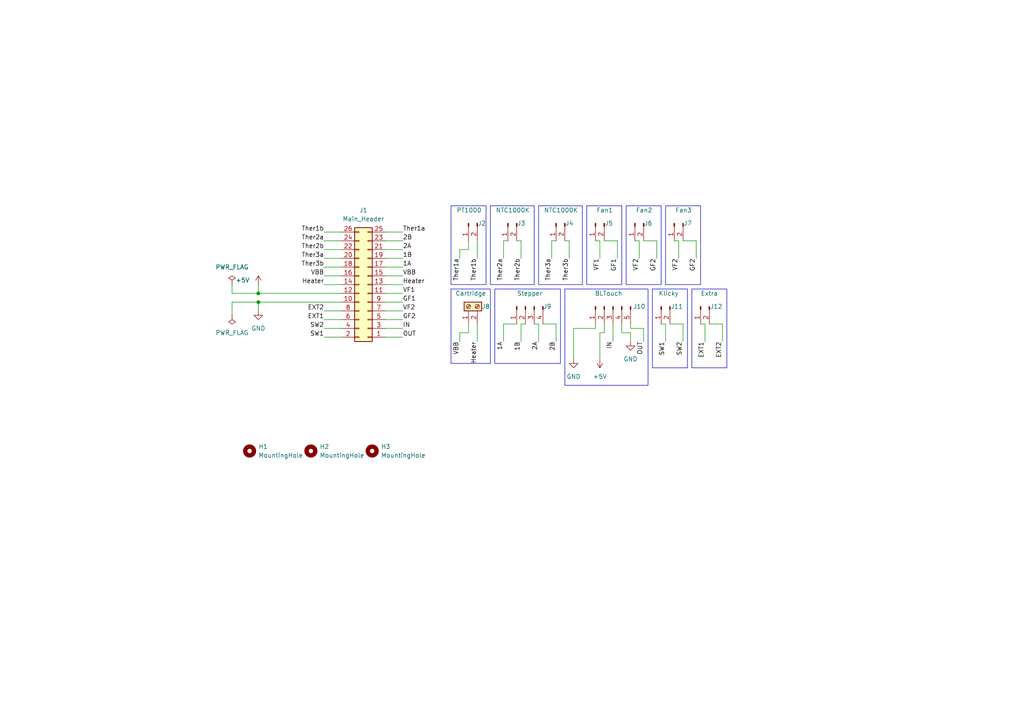
<source format=kicad_sch>
(kicad_sch (version 20230121) (generator eeschema)
  (paper "A4")
  (lib_symbols
    (symbol "Connector:Conn_01x02_Pin" (pin_names (offset 1.016) hide)
      (property "Reference" "J" (at 0 2.54 0))
      (property "Value" "Conn_01x02_Pin" (at 0 -5.08 0))
      (symbol "Conn_01x02_Pin_1_1"
        (polyline (pts (xy 1.27 -2.54) (xy 0.8636 -2.54)) (stroke (width 0.1524)))
        (polyline (pts (xy 1.27 0) (xy 0.8636 0)) (stroke (width 0.1524)))
        (rectangle (start 0.8636 -2.413) (end 0 -2.667) (stroke (width 0.1524)) (fill (type outline)))
        (rectangle (start 0.8636 0.127) (end 0 -0.127) (stroke (width 0.1524)) (fill (type outline)))
        (pin passive line (at 5.08 0 180) (length 3.81) (name "Pin_1") (number "1"))
        (pin passive line (at 5.08 -2.54 180) (length 3.81) (name "Pin_2") (number "2"))
      )
    )
    (symbol "Connector:Conn_01x04_Pin" (pin_names (offset 1.016) hide)
      (property "Reference" "J" (at 0 5.08 0))
      (property "Value" "Conn_01x04_Pin" (at 0 -7.62 0))
      (symbol "Conn_01x04_Pin_1_1"
        (polyline (pts (xy 1.27 -5.08) (xy 0.8636 -5.08)) (stroke (width 0.1524)))
        (polyline (pts (xy 1.27 -2.54) (xy 0.8636 -2.54)) (stroke (width 0.1524)))
        (polyline (pts (xy 1.27 0) (xy 0.8636 0)) (stroke (width 0.1524)))
        (polyline (pts (xy 1.27 2.54) (xy 0.8636 2.54)) (stroke (width 0.1524)))
        (rectangle (start 0.8636 -4.953) (end 0 -5.207) (stroke (width 0.1524)) (fill (type outline)))
        (rectangle (start 0.8636 -2.413) (end 0 -2.667) (stroke (width 0.1524)) (fill (type outline)))
        (rectangle (start 0.8636 0.127) (end 0 -0.127) (stroke (width 0.1524)) (fill (type outline)))
        (rectangle (start 0.8636 2.667) (end 0 2.413) (stroke (width 0.1524)) (fill (type outline)))
        (pin passive line (at 5.08 2.54 180) (length 3.81) (name "Pin_1") (number "1"))
        (pin passive line (at 5.08 0 180) (length 3.81) (name "Pin_2") (number "2"))
        (pin passive line (at 5.08 -2.54 180) (length 3.81) (name "Pin_3") (number "3"))
        (pin passive line (at 5.08 -5.08 180) (length 3.81) (name "Pin_4") (number "4"))
      )
    )
    (symbol "Connector:Conn_01x05_Pin" (pin_names (offset 1.016) hide)
      (property "Reference" "J" (at 0 7.62 0))
      (property "Value" "Conn_01x05_Pin" (at 0 -7.62 0))
      (symbol "Conn_01x05_Pin_1_1"
        (polyline (pts (xy 1.27 -5.08) (xy 0.8636 -5.08)) (stroke (width 0.1524)))
        (polyline (pts (xy 1.27 -2.54) (xy 0.8636 -2.54)) (stroke (width 0.1524)))
        (polyline (pts (xy 1.27 0) (xy 0.8636 0)) (stroke (width 0.1524)))
        (polyline (pts (xy 1.27 2.54) (xy 0.8636 2.54)) (stroke (width 0.1524)))
        (polyline (pts (xy 1.27 5.08) (xy 0.8636 5.08)) (stroke (width 0.1524)))
        (rectangle (start 0.8636 -4.953) (end 0 -5.207) (stroke (width 0.1524)) (fill (type outline)))
        (rectangle (start 0.8636 -2.413) (end 0 -2.667) (stroke (width 0.1524)) (fill (type outline)))
        (rectangle (start 0.8636 0.127) (end 0 -0.127) (stroke (width 0.1524)) (fill (type outline)))
        (rectangle (start 0.8636 2.667) (end 0 2.413) (stroke (width 0.1524)) (fill (type outline)))
        (rectangle (start 0.8636 5.207) (end 0 4.953) (stroke (width 0.1524)) (fill (type outline)))
        (pin passive line (at 5.08 5.08 180) (length 3.81) (name "Pin_1") (number "1"))
        (pin passive line (at 5.08 2.54 180) (length 3.81) (name "Pin_2") (number "2"))
        (pin passive line (at 5.08 0 180) (length 3.81) (name "Pin_3") (number "3"))
        (pin passive line (at 5.08 -2.54 180) (length 3.81) (name "Pin_4") (number "4"))
        (pin passive line (at 5.08 -5.08 180) (length 3.81) (name "Pin_5") (number "5"))
      )
    )
    (symbol "Connector:Screw_Terminal_01x02" (pin_names (offset 1.016) hide)
      (property "Reference" "J" (at 0 2.54 0))
      (property "Value" "Screw_Terminal_01x02" (at 0 -5.08 0))
      (symbol "Screw_Terminal_01x02_1_1"
        (rectangle (start -1.27 1.27) (end 1.27 -3.81) (stroke (width 0.254)) (fill (type background)))
        (circle (center 0 -2.54) (radius 0.635) (stroke (width 0.1524)))
        (polyline (pts (xy -0.5334 -2.2098) (xy 0.3302 -3.048)) (stroke (width 0.1524)))
        (polyline (pts (xy -0.5334 0.3302) (xy 0.3302 -0.508)) (stroke (width 0.1524)))
        (polyline (pts (xy -0.3556 -2.032) (xy 0.508 -2.8702)) (stroke (width 0.1524)))
        (polyline (pts (xy -0.3556 0.508) (xy 0.508 -0.3302)) (stroke (width 0.1524)))
        (circle (center 0 0) (radius 0.635) (stroke (width 0.1524)))
        (pin passive line (at -5.08 0 0) (length 3.81) (name "Pin_1") (number "1"))
        (pin passive line (at -5.08 -2.54 0) (length 3.81) (name "Pin_2") (number "2"))
      )
    )
    (symbol "Connector_Generic:Conn_02x13_Odd_Even" (pin_names (offset 1.016) hide)
      (property "Reference" "J" (at 1.27 17.78 0))
      (property "Value" "Conn_02x13_Odd_Even" (at 1.27 -17.78 0))
      (symbol "Conn_02x13_Odd_Even_1_1"
        (rectangle (start -1.27 -15.113) (end 0 -15.367) (stroke (width 0.1524)))
        (rectangle (start -1.27 -12.573) (end 0 -12.827) (stroke (width 0.1524)))
        (rectangle (start -1.27 -10.033) (end 0 -10.287) (stroke (width 0.1524)))
        (rectangle (start -1.27 -7.493) (end 0 -7.747) (stroke (width 0.1524)))
        (rectangle (start -1.27 -4.953) (end 0 -5.207) (stroke (width 0.1524)))
        (rectangle (start -1.27 -2.413) (end 0 -2.667) (stroke (width 0.1524)))
        (rectangle (start -1.27 0.127) (end 0 -0.127) (stroke (width 0.1524)))
        (rectangle (start -1.27 2.667) (end 0 2.413) (stroke (width 0.1524)))
        (rectangle (start -1.27 5.207) (end 0 4.953) (stroke (width 0.1524)))
        (rectangle (start -1.27 7.747) (end 0 7.493) (stroke (width 0.1524)))
        (rectangle (start -1.27 10.287) (end 0 10.033) (stroke (width 0.1524)))
        (rectangle (start -1.27 12.827) (end 0 12.573) (stroke (width 0.1524)))
        (rectangle (start -1.27 15.367) (end 0 15.113) (stroke (width 0.1524)))
        (rectangle (start -1.27 16.51) (end 3.81 -16.51) (stroke (width 0.254)) (fill (type background)))
        (rectangle (start 3.81 -15.113) (end 2.54 -15.367) (stroke (width 0.1524)))
        (rectangle (start 3.81 -12.573) (end 2.54 -12.827) (stroke (width 0.1524)))
        (rectangle (start 3.81 -10.033) (end 2.54 -10.287) (stroke (width 0.1524)))
        (rectangle (start 3.81 -7.493) (end 2.54 -7.747) (stroke (width 0.1524)))
        (rectangle (start 3.81 -4.953) (end 2.54 -5.207) (stroke (width 0.1524)))
        (rectangle (start 3.81 -2.413) (end 2.54 -2.667) (stroke (width 0.1524)))
        (rectangle (start 3.81 0.127) (end 2.54 -0.127) (stroke (width 0.1524)))
        (rectangle (start 3.81 2.667) (end 2.54 2.413) (stroke (width 0.1524)))
        (rectangle (start 3.81 5.207) (end 2.54 4.953) (stroke (width 0.1524)))
        (rectangle (start 3.81 7.747) (end 2.54 7.493) (stroke (width 0.1524)))
        (rectangle (start 3.81 10.287) (end 2.54 10.033) (stroke (width 0.1524)))
        (rectangle (start 3.81 12.827) (end 2.54 12.573) (stroke (width 0.1524)))
        (rectangle (start 3.81 15.367) (end 2.54 15.113) (stroke (width 0.1524)))
        (pin passive line (at -5.08 15.24 0) (length 3.81) (name "Pin_1") (number "1"))
        (pin passive line (at 7.62 5.08 180) (length 3.81) (name "Pin_10") (number "10"))
        (pin passive line (at -5.08 2.54 0) (length 3.81) (name "Pin_11") (number "11"))
        (pin passive line (at 7.62 2.54 180) (length 3.81) (name "Pin_12") (number "12"))
        (pin passive line (at -5.08 0 0) (length 3.81) (name "Pin_13") (number "13"))
        (pin passive line (at 7.62 0 180) (length 3.81) (name "Pin_14") (number "14"))
        (pin passive line (at -5.08 -2.54 0) (length 3.81) (name "Pin_15") (number "15"))
        (pin passive line (at 7.62 -2.54 180) (length 3.81) (name "Pin_16") (number "16"))
        (pin passive line (at -5.08 -5.08 0) (length 3.81) (name "Pin_17") (number "17"))
        (pin passive line (at 7.62 -5.08 180) (length 3.81) (name "Pin_18") (number "18"))
        (pin passive line (at -5.08 -7.62 0) (length 3.81) (name "Pin_19") (number "19"))
        (pin passive line (at 7.62 15.24 180) (length 3.81) (name "Pin_2") (number "2"))
        (pin passive line (at 7.62 -7.62 180) (length 3.81) (name "Pin_20") (number "20"))
        (pin passive line (at -5.08 -10.16 0) (length 3.81) (name "Pin_21") (number "21"))
        (pin passive line (at 7.62 -10.16 180) (length 3.81) (name "Pin_22") (number "22"))
        (pin passive line (at -5.08 -12.7 0) (length 3.81) (name "Pin_23") (number "23"))
        (pin passive line (at 7.62 -12.7 180) (length 3.81) (name "Pin_24") (number "24"))
        (pin passive line (at -5.08 -15.24 0) (length 3.81) (name "Pin_25") (number "25"))
        (pin passive line (at 7.62 -15.24 180) (length 3.81) (name "Pin_26") (number "26"))
        (pin passive line (at -5.08 12.7 0) (length 3.81) (name "Pin_3") (number "3"))
        (pin passive line (at 7.62 12.7 180) (length 3.81) (name "Pin_4") (number "4"))
        (pin passive line (at -5.08 10.16 0) (length 3.81) (name "Pin_5") (number "5"))
        (pin passive line (at 7.62 10.16 180) (length 3.81) (name "Pin_6") (number "6"))
        (pin passive line (at -5.08 7.62 0) (length 3.81) (name "Pin_7") (number "7"))
        (pin passive line (at 7.62 7.62 180) (length 3.81) (name "Pin_8") (number "8"))
        (pin passive line (at -5.08 5.08 0) (length 3.81) (name "Pin_9") (number "9"))
      )
    )
    (symbol "Mechanical:MountingHole" (pin_names (offset 1.016))
      (property "Reference" "H" (at 0 5.08 0))
      (property "Value" "MountingHole" (at 0 3.175 0))
      (symbol "MountingHole_0_1"
        (circle (center 0 0) (radius 1.27) (stroke (width 1.27)))
      )
    )
    (symbol "PCM_4ms_Power-symbol:PWR_FLAG" (power) (pin_numbers hide) (pin_names (offset 0) hide)
      (property "Value" "PWR_FLAG" (at 0 3.81 0))
      (symbol "PWR_FLAG_0_0"
        (pin power_out line (at 0 0 90) (length 0) (name "pwr") (number "1"))
      )
      (symbol "PWR_FLAG_0_1"
        (polyline (pts (xy 0 0) (xy 0 1.27) (xy -1.016 1.905) (xy 0 2.54) (xy 1.016 1.905) (xy 0 1.27)))
      )
    )
    (symbol "power:+5V" (power) (pin_names (offset 0))
      (property "Value" "+5V" (at 0 3.556 0))
      (symbol "+5V_0_1"
        (polyline (pts (xy -0.762 1.27) (xy 0 2.54)))
        (polyline (pts (xy 0 0) (xy 0 2.54)))
        (polyline (pts (xy 0 2.54) (xy 0.762 1.27)))
      )
      (symbol "+5V_1_1"
        (pin power_in line (at 0 0 90) (length 0) hide (name "+5V") (number "1"))
      )
    )
    (symbol "power:GND" (power) (pin_names (offset 0))
      (property "Value" "GND" (at 0 -3.81 0))
      (symbol "GND_0_1"
        (polyline (pts (xy 0 0) (xy 0 -1.27) (xy 1.27 -1.27) (xy 0 -2.54) (xy -1.27 -1.27) (xy 0 -1.27)))
      )
      (symbol "GND_1_1"
        (pin power_in line (at 0 0 270) (length 0) hide (name "GND") (number "1"))
      )
    )
  )
  (junction (at 74.93 87.63))
  (junction (at 74.93 85.09))
  (wire (pts (xy 179.07 69.85) (xy 175.26 69.85)))
  (wire (pts (xy 93.98 80.01) (xy 99.06 80.01)))
  (wire (pts (xy 172.72 69.85) (xy 173.99 69.85)))
  (wire (pts (xy 173.99 96.52) (xy 173.99 104.14)))
  (wire (pts (xy 93.98 90.17) (xy 99.06 90.17)))
  (wire (pts (xy 186.69 95.25) (xy 186.69 99.06)))
  (wire (pts (xy 74.93 87.63) (xy 99.06 87.63)))
  (wire (pts (xy 116.84 77.47) (xy 111.76 77.47)))
  (wire (pts (xy 151.13 93.98) (xy 151.13 99.06)))
  (wire (pts (xy 93.98 69.85) (xy 99.06 69.85)))
  (wire (pts (xy 165.1 69.85) (xy 165.1 74.93)))
  (wire (pts (xy 93.98 77.47) (xy 99.06 77.47)))
  (wire (pts (xy 111.76 74.93) (xy 116.84 74.93)))
  (wire (pts (xy 182.88 93.98) (xy 182.88 95.25)))
  (wire (pts (xy 151.13 93.98) (xy 152.4 93.98)))
  (wire (pts (xy 161.29 93.98) (xy 161.29 99.06)))
  (wire (pts (xy 111.76 97.79) (xy 116.84 97.79)))
  (wire (pts (xy 116.84 69.85) (xy 111.76 69.85)))
  (wire (pts (xy 67.31 91.44) (xy 67.31 87.63)))
  (wire (pts (xy 180.34 96.52) (xy 180.34 93.98)))
  (wire (pts (xy 67.31 85.09) (xy 74.93 85.09)))
  (wire (pts (xy 135.89 96.52) (xy 133.35 96.52)))
  (wire (pts (xy 161.29 69.85) (xy 160.02 69.85)))
  (wire (pts (xy 138.43 93.98) (xy 138.43 99.06)))
  (wire (pts (xy 146.05 69.85) (xy 146.05 74.93)))
  (wire (pts (xy 209.55 93.98) (xy 205.74 93.98)))
  (wire (pts (xy 135.89 72.39) (xy 133.35 72.39)))
  (wire (pts (xy 116.84 95.25) (xy 111.76 95.25)))
  (wire (pts (xy 190.5 69.85) (xy 186.69 69.85)))
  (wire (pts (xy 93.98 74.93) (xy 99.06 74.93)))
  (wire (pts (xy 74.93 90.17) (xy 74.93 87.63)))
  (wire (pts (xy 182.88 96.52) (xy 182.88 99.06)))
  (wire (pts (xy 185.42 74.93) (xy 185.42 69.85)))
  (wire (pts (xy 182.88 96.52) (xy 180.34 96.52)))
  (wire (pts (xy 173.99 69.85) (xy 173.99 74.93)))
  (wire (pts (xy 133.35 72.39) (xy 133.35 74.93)))
  (wire (pts (xy 198.12 93.98) (xy 198.12 99.06)))
  (wire (pts (xy 190.5 69.85) (xy 190.5 74.93)))
  (wire (pts (xy 201.93 69.85) (xy 198.12 69.85)))
  (wire (pts (xy 198.12 93.98) (xy 194.31 93.98)))
  (wire (pts (xy 196.85 74.93) (xy 196.85 69.85)))
  (wire (pts (xy 116.84 92.71) (xy 111.76 92.71)))
  (wire (pts (xy 133.35 96.52) (xy 133.35 99.06)))
  (wire (pts (xy 186.69 95.25) (xy 182.88 95.25)))
  (wire (pts (xy 74.93 85.09) (xy 99.06 85.09)))
  (wire (pts (xy 160.02 69.85) (xy 160.02 74.93)))
  (wire (pts (xy 93.98 95.25) (xy 99.06 95.25)))
  (wire (pts (xy 93.98 67.31) (xy 99.06 67.31)))
  (wire (pts (xy 111.76 85.09) (xy 116.84 85.09)))
  (wire (pts (xy 151.13 69.85) (xy 151.13 74.93)))
  (wire (pts (xy 204.47 99.06) (xy 204.47 93.98)))
  (wire (pts (xy 201.93 69.85) (xy 201.93 74.93)))
  (wire (pts (xy 151.13 69.85) (xy 149.86 69.85)))
  (wire (pts (xy 147.32 69.85) (xy 146.05 69.85)))
  (wire (pts (xy 177.8 93.98) (xy 177.8 99.06)))
  (wire (pts (xy 135.89 93.98) (xy 135.89 96.52)))
  (wire (pts (xy 116.84 90.17) (xy 111.76 90.17)))
  (wire (pts (xy 135.89 69.85) (xy 135.89 72.39)))
  (wire (pts (xy 111.76 87.63) (xy 116.84 87.63)))
  (wire (pts (xy 204.47 93.98) (xy 203.2 93.98)))
  (wire (pts (xy 175.26 96.52) (xy 173.99 96.52)))
  (wire (pts (xy 67.31 87.63) (xy 74.93 87.63)))
  (wire (pts (xy 116.84 67.31) (xy 111.76 67.31)))
  (wire (pts (xy 93.98 92.71) (xy 99.06 92.71)))
  (wire (pts (xy 165.1 69.85) (xy 163.83 69.85)))
  (wire (pts (xy 67.31 82.55) (xy 67.31 85.09)))
  (wire (pts (xy 116.84 82.55) (xy 111.76 82.55)))
  (wire (pts (xy 156.21 93.98) (xy 154.94 93.98)))
  (wire (pts (xy 193.04 93.98) (xy 191.77 93.98)))
  (wire (pts (xy 179.07 69.85) (xy 179.07 74.93)))
  (wire (pts (xy 196.85 69.85) (xy 195.58 69.85)))
  (wire (pts (xy 175.26 93.98) (xy 175.26 96.52)))
  (wire (pts (xy 166.37 95.25) (xy 166.37 104.14)))
  (wire (pts (xy 146.05 93.98) (xy 149.86 93.98)))
  (wire (pts (xy 116.84 72.39) (xy 111.76 72.39)))
  (wire (pts (xy 93.98 97.79) (xy 99.06 97.79)))
  (wire (pts (xy 172.72 93.98) (xy 172.72 95.25)))
  (wire (pts (xy 185.42 69.85) (xy 184.15 69.85)))
  (wire (pts (xy 156.21 93.98) (xy 156.21 99.06)))
  (wire (pts (xy 93.98 82.55) (xy 99.06 82.55)))
  (wire (pts (xy 138.43 69.85) (xy 138.43 74.93)))
  (wire (pts (xy 193.04 99.06) (xy 193.04 93.98)))
  (wire (pts (xy 172.72 95.25) (xy 166.37 95.25)))
  (wire (pts (xy 209.55 93.98) (xy 209.55 99.06)))
  (wire (pts (xy 74.93 82.55) (xy 74.93 85.09)))
  (wire (pts (xy 93.98 72.39) (xy 99.06 72.39)))
  (wire (pts (xy 146.05 93.98) (xy 146.05 99.06)))
  (wire (pts (xy 116.84 80.01) (xy 111.76 80.01)))
  (wire (pts (xy 161.29 93.98) (xy 157.48 93.98)))
  (rectangle (start 130.81 59.69) (end 140.97 82.55))
  (rectangle (start 130.81 83.82) (end 142.24 105.41))
  (rectangle (start 163.83 83.82) (end 187.96 111.76))
  (rectangle (start 156.21 59.69) (end 168.91 82.55))
  (rectangle (start 193.04 59.69) (end 203.2 82.55))
  (rectangle (start 170.18 59.69) (end 180.34 82.55))
  (rectangle (start 189.23 83.82) (end 199.39 106.68))
  (rectangle (start 142.24 59.69) (end 154.94 82.55))
  (rectangle (start 143.51 83.82) (end 162.56 105.41))
  (rectangle (start 181.61 59.69) (end 191.77 82.55))
  (rectangle (start 200.66 83.82) (end 210.82 106.68))
  (label "Ther3a" (at 160.02 74.93 270))
  (label "IN" (at 177.8 99.06 270))
  (label "2A" (at 156.21 99.06 270))
  (label "VBB" (at 116.84 80.01 0))
  (label "2B" (at 161.29 99.06 270))
  (label "Heater" (at 93.98 82.55 180))
  (label "SW2" (at 198.12 99.06 270))
  (label "Ther2b" (at 151.13 74.93 270))
  (label "Ther2b" (at 93.98 72.39 180))
  (label "SW1" (at 93.98 97.79 180))
  (label "Heater" (at 116.84 82.55 0))
  (label "SW1" (at 193.04 99.06 270))
  (label "Ther3b" (at 165.1 74.93 270))
  (label "1B" (at 151.13 99.06 270))
  (label "EXT2" (at 209.55 99.06 270))
  (label "OUT" (at 116.84 97.79 0))
  (label "GF2" (at 190.5 74.93 270))
  (label "Ther3b" (at 93.98 77.47 180))
  (label "GF2" (at 116.84 92.71 0))
  (label "VF1" (at 116.84 85.09 0))
  (label "IN" (at 116.84 95.25 0))
  (label "EXT2" (at 93.98 90.17 180))
  (label "VF1" (at 173.99 74.93 270))
  (label "VF2" (at 196.85 74.93 270))
  (label "GF2" (at 201.93 74.93 270))
  (label "Ther1b" (at 138.43 74.93 270))
  (label "1B" (at 116.84 74.93 0))
  (label "OUT" (at 186.69 99.06 270))
  (label "1A" (at 146.05 99.06 270))
  (label "Ther2a" (at 93.98 69.85 180))
  (label "VF2" (at 185.42 74.93 270))
  (label "GF1" (at 179.07 74.93 270))
  (label "VBB" (at 93.98 80.01 180))
  (label "Ther2a" (at 146.05 74.93 270))
  (label "EXT1" (at 93.98 92.71 180))
  (label "VF2" (at 116.84 90.17 0))
  (label "Heater" (at 138.43 99.06 270))
  (label "2B" (at 116.84 69.85 0))
  (label "Ther1a" (at 133.35 74.93 270))
  (label "EXT1" (at 204.47 99.06 270))
  (label "1A" (at 116.84 77.47 0))
  (label "2A" (at 116.84 72.39 0))
  (label "Ther3a" (at 93.98 74.93 180))
  (label "Ther1b" (at 93.98 67.31 180))
  (label "GF1" (at 116.84 87.63 0))
  (label "Ther1a" (at 116.84 67.31 0))
  (label "SW2" (at 93.98 95.25 180))
  (label "VBB" (at 133.35 99.06 270))
  (symbol (lib_id "Connector:Conn_01x02_Pin") (at 184.15 64.77 90) (mirror x) (unit 1)
    (property "Reference" "J6" (at 189.23 64.77 90) (effects (justify left)))
    (property "Value" "Fan2" (at 189.23 60.96 90) (effects (justify left)))
    (property "Footprint" "Connector_JST:JST_XH_B2B-XH-A_1x02_P2.50mm_Vertical" (effects hide))
  )
  (symbol (lib_id "power:GND") (at 166.37 104.14 0) (mirror y) (unit 1)
    (property "Reference" "#PWR04" (effects hide))
    (property "Value" "GND" (at 166.37 109.22 0))
  )
  (symbol (lib_id "Connector:Conn_01x02_Pin") (at 161.29 64.77 90) (mirror x) (unit 1)
    (property "Reference" "J4" (at 166.37 64.77 90) (effects (justify left)))
    (property "Value" "NTC1000K" (at 167.64 60.96 90) (effects (justify left)))
    (property "Footprint" "Connector_JST:JST_XH_B2B-XH-A_1x02_P2.50mm_Vertical" (effects hide))
  )
  (symbol (lib_id "power:+5V") (at 74.93 82.55 0) (mirror y) (unit 1)
    (property "Reference" "#PWR01" (effects hide))
    (property "Value" "+5V" (at 72.39 81.28 0) (effects (justify left)))
  )
  (symbol (lib_id "Connector:Conn_01x02_Pin") (at 203.2 88.9 90) (mirror x) (unit 1)
    (property "Reference" "J12" (at 209.55 88.9 90) (effects (justify left)))
    (property "Value" "Extra" (at 208.28 85.09 90) (effects (justify left)))
    (property "Footprint" "Connector_JST:JST_XH_B2B-XH-A_1x02_P2.50mm_Vertical" (effects hide))
  )
  (symbol (lib_id "PCM_4ms_Power-symbol:PWR_FLAG") (at 67.31 82.55 0) (mirror y) (unit 1)
    (property "Reference" "#FLG01" (effects hide))
    (property "Value" "PWR_FLAG" (at 67.31 77.47 0))
  )
  (symbol (lib_id "Connector:Conn_01x02_Pin") (at 135.89 64.77 90) (mirror x) (unit 1)
    (property "Reference" "J2" (at 140.97 64.77 90) (effects (justify left)))
    (property "Value" "PT1000" (at 139.7 60.96 90) (effects (justify left)))
    (property "Footprint" "Connector_JST:JST_XH_B2B-XH-A_1x02_P2.50mm_Vertical" (effects hide))
  )
  (symbol (lib_id "Mechanical:MountingHole") (at 107.95 130.81 0) (unit 1)
    (property "Reference" "H3" (at 110.49 129.54 0) (effects (justify left)))
    (property "Value" "MountingHole" (at 110.49 132.08 0) (effects (justify left)))
    (property "Footprint" "MountingHole:MountingHole_3.5mm_Pad" (effects hide))
  )
  (symbol (lib_id "PCM_4ms_Power-symbol:PWR_FLAG") (at 67.31 91.44 180) (unit 1)
    (property "Reference" "#FLG02" (effects hide))
    (property "Value" "PWR_FLAG" (at 67.31 96.52 0))
  )
  (symbol (lib_id "Mechanical:MountingHole") (at 90.17 130.81 0) (unit 1)
    (property "Reference" "H2" (at 92.71 129.54 0) (effects (justify left)))
    (property "Value" "MountingHole" (at 92.71 132.08 0) (effects (justify left)))
    (property "Footprint" "MountingHole:MountingHole_3.5mm_Pad" (effects hide))
  )
  (symbol (lib_id "Connector_Generic:Conn_02x13_Odd_Even") (at 106.68 82.55 180) (unit 1)
    (property "Reference" "J1" (at 105.41 60.96 0))
    (property "Value" "Main_Header" (at 105.41 63.5 0))
    (property "Footprint" "Connector_PinHeader_2.54mm:PinHeader_2x13_P2.54mm_Horizontal" (effects hide))
  )
  (symbol (lib_id "Connector:Conn_01x04_Pin") (at 152.4 88.9 90) (mirror x) (unit 1)
    (property "Reference" "J9" (at 158.75 88.9 90))
    (property "Value" "Stepper" (at 153.67 85.09 90))
    (property "Footprint" "Connector_JST:JST_XH_B4B-XH-A_1x04_P2.50mm_Vertical" (effects hide))
  )
  (symbol (lib_id "power:GND") (at 74.93 90.17 0) (unit 1)
    (property "Reference" "#PWR02" (effects hide))
    (property "Value" "GND" (at 74.93 95.25 0))
  )
  (symbol (lib_id "Connector:Conn_01x02_Pin") (at 172.72 64.77 90) (mirror x) (unit 1)
    (property "Reference" "J5" (at 177.8 64.77 90) (effects (justify left)))
    (property "Value" "Fan1" (at 177.8 60.96 90) (effects (justify left)))
    (property "Footprint" "Connector_JST:JST_XH_B2B-XH-A_1x02_P2.50mm_Vertical" (effects hide))
  )
  (symbol (lib_id "Connector:Conn_01x02_Pin") (at 191.77 88.9 90) (mirror x) (unit 1)
    (property "Reference" "J11" (at 198.12 88.9 90) (effects (justify left)))
    (property "Value" "Klicky" (at 196.85 85.09 90) (effects (justify left)))
    (property "Footprint" "Connector_JST:JST_XH_B2B-XH-A_1x02_P2.50mm_Vertical" (effects hide))
  )
  (symbol (lib_id "power:GND") (at 182.88 99.06 0) (mirror y) (unit 1)
    (property "Reference" "#PWR03" (effects hide))
    (property "Value" "GND" (at 182.88 104.14 0))
  )
  (symbol (lib_id "Mechanical:MountingHole") (at 72.39 130.81 0) (unit 1)
    (property "Reference" "H1" (at 74.93 129.54 0) (effects (justify left)))
    (property "Value" "MountingHole" (at 74.93 132.08 0) (effects (justify left)))
    (property "Footprint" "MountingHole:MountingHole_3.5mm_Pad" (effects hide))
  )
  (symbol (lib_id "Connector:Conn_01x05_Pin") (at 177.8 88.9 90) (mirror x) (unit 1)
    (property "Reference" "J10" (at 185.42 88.9 90))
    (property "Value" "BLTouch" (at 176.53 85.09 90))
    (property "Footprint" "Connector_JST:JST_XH_B5B-XH-A_1x05_P2.50mm_Vertical" (effects hide))
  )
  (symbol (lib_id "Connector:Screw_Terminal_01x02") (at 135.89 88.9 90) (unit 1)
    (property "Reference" "J8" (at 139.7 88.9 90) (effects (justify right)))
    (property "Value" "Cartridge" (at 132.08 85.09 90) (effects (justify right)))
    (property "Footprint" "TerminalBlock_4Ucon:TerminalBlock_4Ucon_1x02_P3.50mm_Horizontal" (effects hide))
  )
  (symbol (lib_id "Connector:Conn_01x02_Pin") (at 147.32 64.77 90) (mirror x) (unit 1)
    (property "Reference" "J3" (at 152.4 64.77 90) (effects (justify left)))
    (property "Value" "NTC1000K" (at 153.67 60.96 90) (effects (justify left)))
    (property "Footprint" "Connector_JST:JST_XH_B2B-XH-A_1x02_P2.50mm_Vertical" (effects hide))
  )
  (symbol (lib_id "Connector:Conn_01x02_Pin") (at 195.58 64.77 90) (mirror x) (unit 1)
    (property "Reference" "J7" (at 200.66 64.77 90) (effects (justify left)))
    (property "Value" "Fan3" (at 200.66 60.96 90) (effects (justify left)))
    (property "Footprint" "Connector_JST:JST_XH_B2B-XH-A_1x02_P2.50mm_Vertical" (effects hide))
  )
  (symbol (lib_id "power:+5V") (at 173.99 104.14 0) (mirror x) (unit 1)
    (property "Reference" "#PWR05" (effects hide))
    (property "Value" "+5V" (at 173.99 109.22 0))
  )
)
</source>
